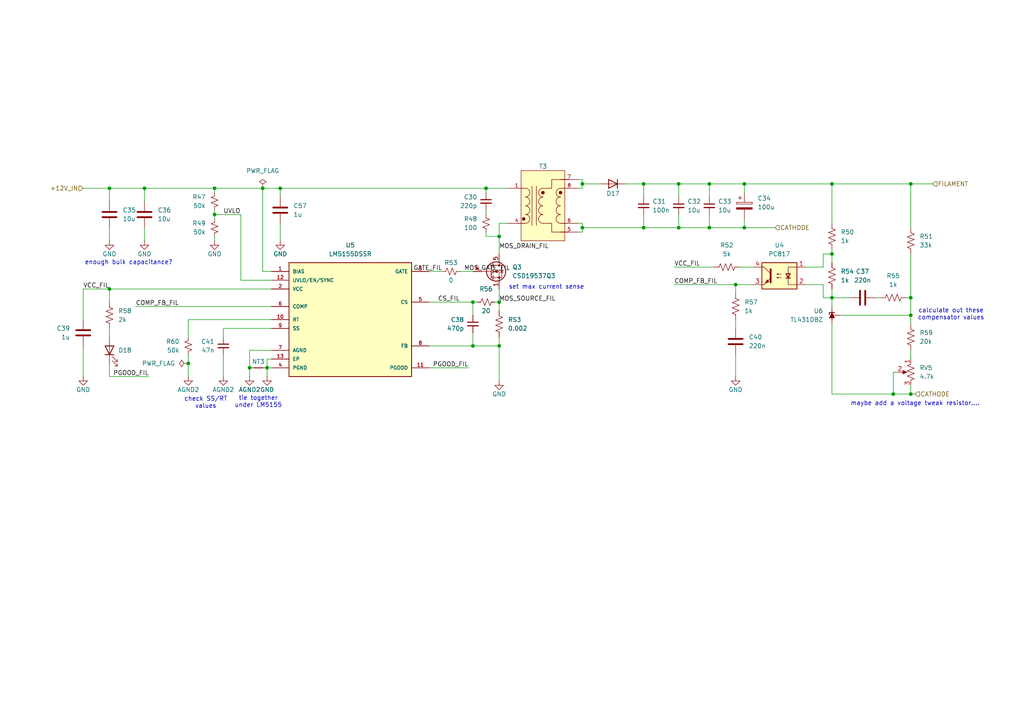
<source format=kicad_sch>
(kicad_sch (version 20250114) (generator "eeschema") (generator_version "9.0")
  (paper "A4")
  (lib_symbols
    (symbol "Device:C" (pin_numbers (hide yes)) (pin_names (offset 0.254))
      (property "Reference" "C" (at 0.635 2.54 0))
      (property "Value" "C" (at 0.635 -2.54 0))
      (symbol "C_0_1"
        (polyline (pts (xy -2.032 0.762) (xy 2.032 0.762)) (stroke (width 0.508)))
        (polyline (pts (xy -2.032 -0.762) (xy 2.032 -0.762)) (stroke (width 0.508)))
      )
      (symbol "C_1_1"
        (pin passive line (at 0 3.81 270) (length 2.794) (name "~") (number "1"))
        (pin passive line (at 0 -3.81 90) (length 2.794) (name "~") (number "2"))
      )
    )
    (symbol "Device:C_Polarized" (pin_numbers (hide yes)) (pin_names (offset 0.254))
      (property "Reference" "C" (at 0.635 2.54 0))
      (property "Value" "C_Polarized" (at 0.635 -2.54 0))
      (symbol "C_Polarized_0_1"
        (rectangle (start -2.286 0.508) (end 2.286 1.016))
        (polyline (pts (xy -1.778 2.286) (xy -0.762 2.286)))
        (polyline (pts (xy -1.27 2.794) (xy -1.27 1.778)))
        (rectangle (start 2.286 -0.508) (end -2.286 -1.016) (fill (type outline)))
      )
      (symbol "C_Polarized_1_1"
        (pin passive line (at 0 3.81 270) (length 2.794) (name "~") (number "1"))
        (pin passive line (at 0 -3.81 90) (length 2.794) (name "~") (number "2"))
      )
    )
    (symbol "Device:C_Small" (pin_numbers (hide yes)) (pin_names (offset 0.254) (hide yes))
      (property "Reference" "C" (at 0.254 1.778 0))
      (property "Value" "C_Small" (at 0.254 -2.032 0))
      (symbol "C_Small_0_1"
        (polyline (pts (xy -1.524 0.508) (xy 1.524 0.508)) (stroke (width 0.3048)))
        (polyline (pts (xy -1.524 -0.508) (xy 1.524 -0.508)) (stroke (width 0.3302)))
      )
      (symbol "C_Small_1_1"
        (pin passive line (at 0 2.54 270) (length 2.032) (name "~") (number "1"))
        (pin passive line (at 0 -2.54 90) (length 2.032) (name "~") (number "2"))
      )
    )
    (symbol "Device:D" (pin_numbers (hide yes)) (pin_names (offset 1.016) (hide yes))
      (property "Reference" "D" (at 0 2.54 0))
      (property "Value" "D" (at 0 -2.54 0))
      (symbol "D_0_1"
        (polyline (pts (xy -1.27 1.27) (xy -1.27 -1.27)) (stroke (width 0.254)))
        (polyline (pts (xy 1.27 1.27) (xy 1.27 -1.27) (xy -1.27 0) (xy 1.27 1.27)) (stroke (width 0.254)))
        (polyline (pts (xy 1.27 0) (xy -1.27 0)))
      )
      (symbol "D_1_1"
        (pin passive line (at -3.81 0 0) (length 2.54) (name "K") (number "1"))
        (pin passive line (at 3.81 0 180) (length 2.54) (name "A") (number "2"))
      )
    )
    (symbol "Device:LED" (pin_numbers (hide yes)) (pin_names (offset 1.016) (hide yes))
      (property "Reference" "D" (at 0 2.54 0))
      (property "Value" "LED" (at 0 -2.54 0))
      (symbol "LED_0_1"
        (polyline (pts (xy -3.048 -0.762) (xy -4.572 -2.286) (xy -3.81 -2.286) (xy -4.572 -2.286) (xy -4.572 -1.524)))
        (polyline (pts (xy -1.778 -0.762) (xy -3.302 -2.286) (xy -2.54 -2.286) (xy -3.302 -2.286) (xy -3.302 -1.524)))
        (polyline (pts (xy -1.27 0) (xy 1.27 0)))
        (polyline (pts (xy -1.27 -1.27) (xy -1.27 1.27)) (stroke (width 0.254)))
        (polyline (pts (xy 1.27 -1.27) (xy 1.27 1.27) (xy -1.27 0) (xy 1.27 -1.27)) (stroke (width 0.254)))
      )
      (symbol "LED_1_1"
        (pin passive line (at -3.81 0 0) (length 2.54) (name "K") (number "1"))
        (pin passive line (at 3.81 0 180) (length 2.54) (name "A") (number "2"))
      )
    )
    (symbol "Device:NetTie_2" (pin_numbers (hide yes)) (pin_names (offset 0) (hide yes)) (in_bom no)
      (property "Reference" "NT" (at 0 1.27 0))
      (property "Value" "NetTie_2" (at 0 -1.27 0))
      (symbol "NetTie_2_0_1"
        (polyline (pts (xy -1.27 0) (xy 1.27 0)) (stroke (width 0.254)))
      )
      (symbol "NetTie_2_1_1"
        (pin passive line (at -2.54 0 0) (length 2.54) (name "1") (number "1"))
        (pin passive line (at 2.54 0 180) (length 2.54) (name "2") (number "2"))
      )
    )
    (symbol "Device:R_Potentiometer_US" (pin_names (offset 1.016) (hide yes))
      (property "Reference" "RV" (at -4.445 0 90))
      (property "Value" "R_Potentiometer_US" (at -2.54 0 90))
      (symbol "R_Potentiometer_US_0_1"
        (polyline (pts (xy 0 2.54) (xy 0 2.286)))
        (polyline (pts (xy 0 2.286) (xy 1.016 1.905) (xy 0 1.524) (xy -1.016 1.143) (xy 0 0.762)))
        (polyline (pts (xy 0 0.762) (xy 1.016 0.381) (xy 0 0) (xy -1.016 -0.381) (xy 0 -0.762)))
        (polyline (pts (xy 0 -0.762) (xy 1.016 -1.143) (xy 0 -1.524) (xy -1.016 -1.905) (xy 0 -2.286)))
        (polyline (pts (xy 0 -2.286) (xy 0 -2.54)))
        (polyline (pts (xy 1.143 0) (xy 2.286 0.508) (xy 2.286 -0.508) (xy 1.143 0)) (fill (type outline)))
        (polyline (pts (xy 2.54 0) (xy 1.524 0)))
      )
      (symbol "R_Potentiometer_US_1_1"
        (pin passive line (at 0 3.81 270) (length 1.27) (name "1") (number "1"))
        (pin passive line (at 0 -3.81 90) (length 1.27) (name "3") (number "3"))
        (pin passive line (at 3.81 0 180) (length 1.27) (name "2") (number "2"))
      )
    )
    (symbol "Device:R_Small_US" (pin_numbers (hide yes)) (pin_names (offset 0.254) (hide yes))
      (property "Reference" "R" (at 0.762 0.508 0))
      (property "Value" "R_Small_US" (at 0.762 -1.016 0))
      (symbol "R_Small_US_1_1"
        (polyline (pts (xy 0 1.524) (xy 1.016 1.143) (xy 0 0.762) (xy -1.016 0.381) (xy 0 0)))
        (polyline (pts (xy 0 0) (xy 1.016 -0.381) (xy 0 -0.762) (xy -1.016 -1.143) (xy 0 -1.524)))
        (pin passive line (at 0 2.54 270) (length 1.016) (name "~") (number "1"))
        (pin passive line (at 0 -2.54 90) (length 1.016) (name "~") (number "2"))
      )
    )
    (symbol "Device:R_US" (pin_numbers (hide yes)) (pin_names (offset 0))
      (property "Reference" "R" (at 2.54 0 90))
      (property "Value" "R_US" (at -2.54 0 90))
      (symbol "R_US_0_1"
        (polyline (pts (xy 0 2.286) (xy 0 2.54)))
        (polyline (pts (xy 0 2.286) (xy 1.016 1.905) (xy 0 1.524) (xy -1.016 1.143) (xy 0 0.762)))
        (polyline (pts (xy 0 0.762) (xy 1.016 0.381) (xy 0 0) (xy -1.016 -0.381) (xy 0 -0.762)))
        (polyline (pts (xy 0 -0.762) (xy 1.016 -1.143) (xy 0 -1.524) (xy -1.016 -1.905) (xy 0 -2.286)))
        (polyline (pts (xy 0 -2.286) (xy 0 -2.54)))
      )
      (symbol "R_US_1_1"
        (pin passive line (at 0 3.81 270) (length 1.27) (name "~") (number "1"))
        (pin passive line (at 0 -3.81 90) (length 1.27) (name "~") (number "2"))
      )
    )
    (symbol "Isolator:PC817" (pin_names (offset 1.016))
      (property "Reference" "U" (at -5.08 5.08 0))
      (property "Value" "PC817" (at 0 5.08 0))
      (symbol "PC817_0_1"
        (rectangle (start -5.08 3.81) (end 5.08 -3.81) (stroke (width 0.254)) (fill (type background)))
        (polyline (pts (xy -5.08 2.54) (xy -2.54 2.54) (xy -2.54 -0.635)))
        (polyline (pts (xy -3.175 -0.635) (xy -1.905 -0.635)) (stroke (width 0.254)))
        (polyline (pts (xy -2.54 -0.635) (xy -2.54 -2.54) (xy -5.08 -2.54)))
        (polyline (pts (xy -2.54 -0.635) (xy -3.175 0.635) (xy -1.905 0.635) (xy -2.54 -0.635)) (stroke (width 0.254)))
        (polyline (pts (xy -0.508 0.508) (xy 0.762 0.508) (xy 0.381 0.381) (xy 0.381 0.635) (xy 0.762 0.508)))
        (polyline (pts (xy -0.508 -0.508) (xy 0.762 -0.508) (xy 0.381 -0.635) (xy 0.381 -0.381) (xy 0.762 -0.508)))
        (polyline (pts (xy 2.54 1.905) (xy 2.54 -1.905) (xy 2.54 -1.905)) (stroke (width 0.508)))
        (polyline (pts (xy 2.54 0.635) (xy 4.445 2.54)))
        (polyline (pts (xy 3.048 -1.651) (xy 3.556 -1.143) (xy 4.064 -2.159) (xy 3.048 -1.651) (xy 3.048 -1.651)) (fill (type outline)))
        (polyline (pts (xy 4.445 2.54) (xy 5.08 2.54)))
        (polyline (pts (xy 4.445 -2.54) (xy 2.54 -0.635)) (fill (type outline)))
        (polyline (pts (xy 4.445 -2.54) (xy 5.08 -2.54)))
      )
      (symbol "PC817_1_1"
        (pin passive line (at -7.62 2.54 0) (length 2.54) (name "~") (number "1"))
        (pin passive line (at -7.62 -2.54 0) (length 2.54) (name "~") (number "2"))
        (pin passive line (at 7.62 2.54 180) (length 2.54) (name "~") (number "4"))
        (pin passive line (at 7.62 -2.54 180) (length 2.54) (name "~") (number "3"))
      )
    )
    (symbol "LM5155DSSR:LM5155DSSR" (pin_names (offset 1.016))
      (property "Reference" "U5" (at 0 20.32 0))
      (property "Value" "LM5155DSSR" (at 0 17.78 0))
      (symbol "LM5155DSSR_0_0"
        (rectangle (start -17.78 15.24) (end 17.78 -17.78) (stroke (width 0.254)) (fill (type background)))
        (pin power_in line (at -22.86 12.7 0) (length 5.08) (name "BIAS") (number "1"))
        (pin input line (at -22.86 10.16 0) (length 5.08) (name "UVLO/EN/SYNC") (number "12"))
        (pin output line (at -22.86 2.54 0) (length 5.08) (name "COMP") (number "6"))
        (pin input line (at -22.86 -1.27 0) (length 5.08) (name "RT") (number "10"))
        (pin input line (at -22.86 -3.81 0) (length 5.08) (name "SS") (number "9"))
        (pin power_in line (at -22.86 -10.16 0) (length 5.08) (name "AGND") (number "7"))
        (pin power_in line (at -22.86 -12.7 0) (length 5.08) (name "EP") (number "13"))
        (pin power_in line (at -22.86 -15.24 0) (length 5.08) (name "PGND") (number "4"))
        (pin output line (at 22.86 12.7 180) (length 5.08) (name "GATE") (number "3"))
        (pin input line (at 22.86 3.81 180) (length 5.08) (name "CS") (number "5"))
        (pin input line (at 22.86 -8.89 180) (length 5.08) (name "FB") (number "8"))
        (pin output line (at 22.86 -15.24 180) (length 5.08) (name "PGOOD") (number "11"))
      )
      (symbol "LM5155DSSR_1_0"
        (pin power_out line (at -22.86 7.62 0) (length 5.08) (name "VCC") (number "2"))
      )
    )
    (symbol "Reference_Voltage:TL431DBZ" (pin_numbers (hide yes)) (pin_names (hide yes))
      (property "Reference" "U" (at -2.54 2.54 0))
      (property "Value" "TL431DBZ" (at 0 -2.54 0))
      (symbol "TL431DBZ_0_1"
        (polyline (pts (xy -1.27 0) (xy 0 0) (xy 1.27 0)))
        (polyline (pts (xy -0.762 -0.762) (xy -0.762 0.762) (xy 0.762 0) (xy -0.762 -0.762)) (fill (type outline)))
        (polyline (pts (xy 0.254 -0.762) (xy 0.762 -0.762) (xy 0.762 0.762) (xy 0.762 0.762)) (stroke (width 0.254)))
      )
      (symbol "TL431DBZ_1_1"
        (pin passive line (at -2.54 0 0) (length 2.54) (name "A") (number "3"))
        (pin passive line (at 0 2.54 270) (length 2.54) (name "REF") (number "2"))
        (pin passive line (at 2.54 0 180) (length 2.54) (name "K") (number "1"))
      )
    )
    (symbol "Transistor_FET:CSD19537Q3" (pin_names (hide yes))
      (property "Reference" "Q" (at 5.08 1.905 0))
      (property "Value" "CSD19537Q3" (at 5.08 0 0))
      (symbol "CSD19537Q3_0_1"
        (polyline (pts (xy 0.254 1.905) (xy 0.254 -1.905)) (stroke (width 0.254)))
        (polyline (pts (xy 0.254 0) (xy -2.54 0)))
        (polyline (pts (xy 0.762 2.286) (xy 0.762 1.27)) (stroke (width 0.254)))
        (polyline (pts (xy 0.762 0.508) (xy 0.762 -0.508)) (stroke (width 0.254)))
        (polyline (pts (xy 0.762 -1.27) (xy 0.762 -2.286)) (stroke (width 0.254)))
        (polyline (pts (xy 0.762 -1.778) (xy 3.302 -1.778) (xy 3.302 1.778) (xy 0.762 1.778)))
        (polyline (pts (xy 1.016 0) (xy 2.032 0.381) (xy 2.032 -0.381) (xy 1.016 0)) (fill (type outline)))
        (circle (center 1.651 0) (radius 2.794) (stroke (width 0.254)))
        (polyline (pts (xy 2.54 2.54) (xy 2.54 1.778)))
        (circle (center 2.54 1.778) (radius 0.254) (fill (type outline)))
        (circle (center 2.54 -1.778) (radius 0.254) (fill (type outline)))
        (polyline (pts (xy 2.54 -2.54) (xy 2.54 0) (xy 0.762 0)))
        (polyline (pts (xy 2.794 0.508) (xy 2.921 0.381) (xy 3.683 0.381) (xy 3.81 0.254)))
        (polyline (pts (xy 3.302 0.381) (xy 2.921 -0.254) (xy 3.683 -0.254) (xy 3.302 0.381)))
      )
      (symbol "CSD19537Q3_1_1"
        (pin passive line (at -5.08 0 0) (length 2.54) (name "G") (number "4"))
        (pin passive line (at 2.54 5.08 270) (length 2.54) (name "D") (number "5"))
        (pin passive line (at 2.54 -5.08 90) (length 2.54) (name "S") (number "1"))
        (pin passive line (at 2.54 -5.08 90) (length 2.54) (hide yes) (name "S") (number "2"))
        (pin passive line (at 2.54 -5.08 90) (length 2.54) (hide yes) (name "S") (number "3"))
      )
    )
    (symbol "YA9033-ALD:YA9033-ALD" (pin_names (offset 1.016))
      (property "Reference" "T" (at -6.35 11.176 0))
      (property "Value" "YA9033-ALD" (at -5.588 -12.7 0))
      (symbol "YA9033-ALD_0_0"
        (circle (center -5.588 -3.81) (radius 0.254) (stroke (width 0.508)))
        (arc (start -5.08 5.08) (mid -3.8155 3.81) (end -5.08 2.54) (stroke (width 0.1524)))
        (arc (start -5.08 2.54) (mid -3.8155 1.27) (end -5.08 0) (stroke (width 0.1524)))
        (arc (start -5.08 0) (mid -3.8155 -1.27) (end -5.08 -2.54) (stroke (width 0.1524)))
        (arc (start -5.08 -2.54) (mid -3.8155 -3.81) (end -5.08 -5.08) (stroke (width 0.1524)))
        (polyline (pts (xy -5.08 5.08) (xy -7.62 5.08)) (stroke (width 0.1524)))
        (polyline (pts (xy -5.08 -5.08) (xy -7.62 -5.08)) (stroke (width 0.1524)))
        (polyline (pts (xy -3.175 5.715) (xy -3.175 -5.715)) (stroke (width 0.1524)))
        (polyline (pts (xy -1.905 5.715) (xy -1.905 -5.715)) (stroke (width 0.1524)))
        (polyline (pts (xy 0 5.08) (xy 2.54 5.08)) (stroke (width 0.1524)))
        (circle (center 0 3.81) (radius 0.254) (stroke (width 0.508)))
        (polyline (pts (xy 0 -5.08) (xy 2.54 -5.08)) (stroke (width 0.1524)))
        (arc (start 0 2.54) (mid -1.2645 3.81) (end 0 5.08) (stroke (width 0.1524)))
        (arc (start 0 0) (mid -1.2645 1.27) (end 0 2.54) (stroke (width 0.1524)))
        (arc (start 0 -2.54) (mid -1.2645 -1.27) (end 0 0) (stroke (width 0.1524)))
        (arc (start 0 -5.08) (mid -1.2645 -3.81) (end 0 -2.54) (stroke (width 0.1524)))
        (polyline (pts (xy 2.54 7.62) (xy 7.62 7.62)) (stroke (width 0.1524)))
        (polyline (pts (xy 2.54 5.08) (xy 2.54 7.62)) (stroke (width 0.1524)))
        (polyline (pts (xy 2.54 -5.08) (xy 2.54 -7.62)) (stroke (width 0.1524)))
        (polyline (pts (xy 2.54 -7.62) (xy 7.62 -7.62)) (stroke (width 0.1524)))
        (polyline (pts (xy 5.08 5.08) (xy 7.62 5.08)) (stroke (width 0.1524)))
        (circle (center 5.08 3.81) (radius 0.254) (stroke (width 0.508)))
        (polyline (pts (xy 5.08 -5.08) (xy 7.62 -5.08)) (stroke (width 0.1524)))
        (arc (start 5.08 2.54) (mid 3.8155 3.81) (end 5.08 5.08) (stroke (width 0.1524)))
        (arc (start 5.08 0) (mid 3.8155 1.27) (end 5.08 2.54) (stroke (width 0.1524)))
        (arc (start 5.08 -2.54) (mid 3.8155 -1.27) (end 5.08 0) (stroke (width 0.1524)))
        (arc (start 5.08 -5.08) (mid 3.8155 -3.81) (end 5.08 -2.54) (stroke (width 0.1524)))
        (pin passive line (at -10.16 5.08 0) (length 5.08) (name "~") (number "1"))
        (pin passive line (at -10.16 -5.08 0) (length 5.08) (name "~") (number "4"))
        (pin passive line (at 10.16 7.62 180) (length 5.08) (name "~") (number "7"))
        (pin passive line (at 10.16 5.08 180) (length 5.08) (name "~") (number "8"))
        (pin passive line (at 10.16 -5.08 180) (length 5.08) (name "~") (number "6"))
        (pin passive line (at 10.16 -7.62 180) (length 5.08) (name "~") (number "5"))
      )
      (symbol "YA9033-ALD_1_1"
        (rectangle (start -6.35 10.16) (end 6.35 -10.16) (fill (type background)))
      )
    )
    (symbol "power:GND" (power) (pin_numbers (hide yes)) (pin_names (offset 0) (hide yes))
      (property "Value" "GND" (at 0 -3.81 0))
      (symbol "GND_0_1"
        (polyline (pts (xy 0 0) (xy 0 -1.27) (xy 1.27 -1.27) (xy 0 -2.54) (xy -1.27 -1.27) (xy 0 -1.27)))
      )
      (symbol "GND_1_1"
        (pin power_in line (at 0 0 270) (length 0) (name "~") (number "1"))
      )
    )
    (symbol "power:GNDA" (power) (pin_numbers (hide yes)) (pin_names (offset 0) (hide yes))
      (property "Value" "GNDA" (at 0 -3.81 0))
      (symbol "GNDA_0_1"
        (polyline (pts (xy 0 0) (xy 0 -1.27) (xy 1.27 -1.27) (xy 0 -2.54) (xy -1.27 -1.27) (xy 0 -1.27)))
      )
      (symbol "GNDA_1_1"
        (pin power_in line (at 0 0 270) (length 0) (name "~") (number "1"))
      )
    )
    (symbol "power:PWR_FLAG" (power) (pin_numbers (hide yes)) (pin_names (offset 0) (hide yes))
      (property "Value" "PWR_FLAG" (at 0 3.81 0))
      (symbol "PWR_FLAG_0_0"
        (pin power_out line (at 0 0 90) (length 0) (name "~") (number "1"))
      )
      (symbol "PWR_FLAG_0_1"
        (polyline (pts (xy 0 0) (xy 0 1.27) (xy -1.016 1.905) (xy 0 2.54) (xy 1.016 1.905) (xy 0 1.27)))
      )
    )
  )
  (text "set max current sense" (at 158.496 83.312 0) (effects (font (size 1.27 1.27))))
  (text "tie together\nunder LM5155" (at 74.93 116.586 0) (effects (font (size 1.27 1.27))))
  (text "calculate out these\ncompensator values" (at 275.844 91.186 0) (effects (font (size 1.27 1.27))))
  (text "maybe add a voltage tweak resistor...." (at 265.43 117.094 0) (effects (font (size 1.27 1.27))))
  (text "check SS/RT\nvalues" (at 59.69 116.84 0) (effects (font (size 1.27 1.27))))
  (text "enough bulk capacitance?" (at 37.338 76.2 0) (effects (font (size 1.27 1.27))))
  (junction (at 62.23 62.23))
  (junction (at 137.16 100.33))
  (junction (at 137.16 87.63))
  (junction (at 264.16 53.34))
  (junction (at 77.47 106.68))
  (junction (at 144.78 68.58))
  (junction (at 259.08 114.3))
  (junction (at 54.61 105.41))
  (junction (at 168.91 53.34))
  (junction (at 264.16 114.3))
  (junction (at 31.75 83.82))
  (junction (at 213.36 82.55))
  (junction (at 241.3 86.36))
  (junction (at 62.23 54.61))
  (junction (at 31.75 54.61))
  (junction (at 144.78 87.63))
  (junction (at 196.85 66.04))
  (junction (at 144.78 100.33))
  (junction (at 186.69 53.34))
  (junction (at 215.9 66.04))
  (junction (at 264.16 91.44))
  (junction (at 241.3 53.34))
  (junction (at 215.9 53.34))
  (junction (at 81.28 54.61))
  (junction (at 205.74 66.04))
  (junction (at 241.3 73.66))
  (junction (at 196.85 53.34))
  (junction (at 140.97 54.61))
  (junction (at 41.91 54.61))
  (junction (at 205.74 53.34))
  (junction (at 168.91 66.04))
  (junction (at 76.2 54.61))
  (junction (at 72.39 106.68))
  (junction (at 186.69 66.04))
  (junction (at 264.16 86.36))
  (wire (pts (xy 213.36 82.55) (xy 218.44 82.55)))
  (wire (pts (xy 144.78 83.82) (xy 144.78 87.63)))
  (wire (pts (xy 215.9 66.04) (xy 215.9 63.5)))
  (wire (pts (xy 196.85 66.04) (xy 205.74 66.04)))
  (wire (pts (xy 241.3 83.82) (xy 241.3 86.36)))
  (wire (pts (xy 264.16 111.76) (xy 264.16 114.3)))
  (wire (pts (xy 143.51 87.63) (xy 144.78 87.63)))
  (wire (pts (xy 62.23 62.23) (xy 69.85 62.23)))
  (wire (pts (xy 264.16 114.3) (xy 265.43 114.3)))
  (wire (pts (xy 78.74 104.14) (xy 77.47 104.14)))
  (wire (pts (xy 238.76 73.66) (xy 241.3 73.66)))
  (wire (pts (xy 78.74 95.25) (xy 64.77 95.25)))
  (wire (pts (xy 238.76 77.47) (xy 238.76 73.66)))
  (wire (pts (xy 62.23 62.23) (xy 62.23 63.5)))
  (wire (pts (xy 144.78 100.33) (xy 144.78 110.49)))
  (wire (pts (xy 140.97 60.96) (xy 140.97 62.23)))
  (wire (pts (xy 205.74 53.34) (xy 205.74 57.15)))
  (wire (pts (xy 78.74 106.68) (xy 77.47 106.68)))
  (wire (pts (xy 168.91 53.34) (xy 173.99 53.34)))
  (wire (pts (xy 140.97 67.31) (xy 140.97 68.58)))
  (wire (pts (xy 264.16 91.44) (xy 264.16 93.98)))
  (wire (pts (xy 241.3 86.36) (xy 241.3 88.9)))
  (wire (pts (xy 77.47 104.14) (xy 77.47 106.68)))
  (wire (pts (xy 41.91 66.04) (xy 41.91 69.85)))
  (wire (pts (xy 41.91 54.61) (xy 41.91 58.42)))
  (wire (pts (xy 241.3 114.3) (xy 259.08 114.3)))
  (wire (pts (xy 137.16 87.63) (xy 138.43 87.63)))
  (wire (pts (xy 241.3 86.36) (xy 246.38 86.36)))
  (wire (pts (xy 167.64 64.77) (xy 168.91 64.77)))
  (wire (pts (xy 31.75 109.22) (xy 43.18 109.22)))
  (wire (pts (xy 81.28 54.61) (xy 140.97 54.61)))
  (wire (pts (xy 195.58 77.47) (xy 207.01 77.47)))
  (wire (pts (xy 72.39 101.6) (xy 72.39 106.68)))
  (wire (pts (xy 24.13 100.33) (xy 24.13 109.22)))
  (wire (pts (xy 213.36 92.71) (xy 213.36 95.25)))
  (wire (pts (xy 144.78 68.58) (xy 144.78 73.66)))
  (wire (pts (xy 24.13 92.71) (xy 24.13 83.82)))
  (wire (pts (xy 238.76 86.36) (xy 241.3 86.36)))
  (wire (pts (xy 264.16 73.66) (xy 264.16 86.36)))
  (wire (pts (xy 69.85 81.28) (xy 78.74 81.28)))
  (wire (pts (xy 168.91 54.61) (xy 167.64 54.61)))
  (wire (pts (xy 78.74 101.6) (xy 72.39 101.6)))
  (wire (pts (xy 241.3 53.34) (xy 241.3 64.77)))
  (wire (pts (xy 24.13 54.61) (xy 31.75 54.61)))
  (wire (pts (xy 72.39 106.68) (xy 72.39 109.22)))
  (wire (pts (xy 144.78 87.63) (xy 144.78 90.17)))
  (wire (pts (xy 62.23 54.61) (xy 76.2 54.61)))
  (wire (pts (xy 186.69 53.34) (xy 181.61 53.34)))
  (wire (pts (xy 215.9 66.04) (xy 224.79 66.04)))
  (wire (pts (xy 31.75 83.82) (xy 78.74 83.82)))
  (wire (pts (xy 243.84 91.44) (xy 264.16 91.44)))
  (wire (pts (xy 168.91 53.34) (xy 168.91 54.61)))
  (wire (pts (xy 259.08 114.3) (xy 264.16 114.3)))
  (wire (pts (xy 62.23 60.96) (xy 62.23 62.23)))
  (wire (pts (xy 62.23 54.61) (xy 62.23 55.88)))
  (wire (pts (xy 233.68 77.47) (xy 238.76 77.47)))
  (wire (pts (xy 260.35 107.95) (xy 259.08 107.95)))
  (wire (pts (xy 76.2 54.61) (xy 81.28 54.61)))
  (wire (pts (xy 137.16 87.63) (xy 137.16 91.44)))
  (wire (pts (xy 205.74 62.23) (xy 205.74 66.04)))
  (wire (pts (xy 78.74 88.9) (xy 39.37 88.9)))
  (wire (pts (xy 241.3 53.34) (xy 264.16 53.34)))
  (wire (pts (xy 218.44 77.47) (xy 214.63 77.47)))
  (wire (pts (xy 168.91 66.04) (xy 186.69 66.04)))
  (wire (pts (xy 264.16 101.6) (xy 264.16 104.14)))
  (wire (pts (xy 76.2 78.74) (xy 78.74 78.74)))
  (wire (pts (xy 167.64 52.07) (xy 168.91 52.07)))
  (wire (pts (xy 196.85 53.34) (xy 196.85 57.15)))
  (wire (pts (xy 41.91 54.61) (xy 62.23 54.61)))
  (wire (pts (xy 31.75 54.61) (xy 41.91 54.61)))
  (wire (pts (xy 215.9 53.34) (xy 241.3 53.34)))
  (wire (pts (xy 186.69 66.04) (xy 196.85 66.04)))
  (wire (pts (xy 137.16 96.52) (xy 137.16 100.33)))
  (wire (pts (xy 233.68 82.55) (xy 238.76 82.55)))
  (wire (pts (xy 205.74 53.34) (xy 215.9 53.34)))
  (wire (pts (xy 140.97 54.61) (xy 140.97 55.88)))
  (wire (pts (xy 31.75 66.04) (xy 31.75 69.85)))
  (wire (pts (xy 196.85 62.23) (xy 196.85 66.04)))
  (wire (pts (xy 205.74 66.04) (xy 215.9 66.04)))
  (wire (pts (xy 31.75 83.82) (xy 31.75 87.63)))
  (wire (pts (xy 254 86.36) (xy 255.27 86.36)))
  (wire (pts (xy 137.16 87.63) (xy 124.46 87.63)))
  (wire (pts (xy 140.97 68.58) (xy 144.78 68.58)))
  (wire (pts (xy 77.47 106.68) (xy 77.47 109.22)))
  (wire (pts (xy 168.91 52.07) (xy 168.91 53.34)))
  (wire (pts (xy 81.28 54.61) (xy 81.28 57.15)))
  (wire (pts (xy 133.35 78.74) (xy 137.16 78.74)))
  (wire (pts (xy 54.61 105.41) (xy 54.61 109.22)))
  (wire (pts (xy 140.97 54.61) (xy 147.32 54.61)))
  (wire (pts (xy 124.46 78.74) (xy 128.27 78.74)))
  (wire (pts (xy 213.36 102.87) (xy 213.36 109.22)))
  (wire (pts (xy 62.23 68.58) (xy 62.23 69.85)))
  (wire (pts (xy 144.78 97.79) (xy 144.78 100.33)))
  (wire (pts (xy 147.32 64.77) (xy 144.78 64.77)))
  (wire (pts (xy 31.75 105.41) (xy 31.75 109.22)))
  (wire (pts (xy 81.28 64.77) (xy 81.28 69.85)))
  (wire (pts (xy 196.85 53.34) (xy 205.74 53.34)))
  (wire (pts (xy 262.89 86.36) (xy 264.16 86.36)))
  (wire (pts (xy 264.16 53.34) (xy 270.51 53.34)))
  (wire (pts (xy 186.69 62.23) (xy 186.69 66.04)))
  (wire (pts (xy 64.77 95.25) (xy 64.77 97.79)))
  (wire (pts (xy 168.91 64.77) (xy 168.91 66.04)))
  (wire (pts (xy 54.61 92.71) (xy 54.61 97.79)))
  (wire (pts (xy 264.16 86.36) (xy 264.16 91.44)))
  (wire (pts (xy 31.75 95.25) (xy 31.75 97.79)))
  (wire (pts (xy 76.2 54.61) (xy 76.2 78.74)))
  (wire (pts (xy 144.78 64.77) (xy 144.78 68.58)))
  (wire (pts (xy 137.16 100.33) (xy 144.78 100.33)))
  (wire (pts (xy 241.3 72.39) (xy 241.3 73.66)))
  (wire (pts (xy 215.9 53.34) (xy 215.9 55.88)))
  (wire (pts (xy 124.46 106.68) (xy 135.89 106.68)))
  (wire (pts (xy 238.76 82.55) (xy 238.76 86.36)))
  (wire (pts (xy 54.61 102.87) (xy 54.61 105.41)))
  (wire (pts (xy 186.69 53.34) (xy 186.69 57.15)))
  (wire (pts (xy 241.3 93.98) (xy 241.3 114.3)))
  (wire (pts (xy 213.36 82.55) (xy 213.36 85.09)))
  (wire (pts (xy 168.91 67.31) (xy 167.64 67.31)))
  (wire (pts (xy 264.16 53.34) (xy 264.16 66.04)))
  (wire (pts (xy 64.77 102.87) (xy 64.77 109.22)))
  (wire (pts (xy 241.3 73.66) (xy 241.3 76.2)))
  (wire (pts (xy 186.69 53.34) (xy 196.85 53.34)))
  (wire (pts (xy 259.08 107.95) (xy 259.08 114.3)))
  (wire (pts (xy 168.91 66.04) (xy 168.91 67.31)))
  (wire (pts (xy 124.46 100.33) (xy 137.16 100.33)))
  (wire (pts (xy 195.58 82.55) (xy 213.36 82.55)))
  (wire (pts (xy 69.85 62.23) (xy 69.85 81.28)))
  (wire (pts (xy 78.74 92.71) (xy 54.61 92.71)))
  (wire (pts (xy 24.13 83.82) (xy 31.75 83.82)))
  (wire (pts (xy 31.75 54.61) (xy 31.75 58.42)))
  (label "UVLO" (at 64.77 62.23 0))
  (label "PGOOD_FIL" (at 135.89 106.68 180))
  (label "COMP_FB_FIL" (at 39.37 88.9 0))
  (label "MOS_GATE_FIL" (at 134.62 78.74 0))
  (label "COMP_FB_FIL" (at 195.58 82.55 0))
  (label "MOS_DRAIN_FIL" (at 144.78 72.39 0))
  (label "GATE_FIL" (at 128.27 78.74 180))
  (label "VCC_FIL" (at 24.13 83.82 0))
  (label "PGOOD_FIL" (at 43.18 109.22 180))
  (label "MOS_SOURCE_FIL" (at 144.78 87.63 0))
  (label "CS_FIL" (at 127 87.63 0))
  (label "VCC_FIL" (at 195.58 77.47 0))
  (hierarchical_label "FILAMENT" (shape input) (at 270.51 53.34 0))
  (hierarchical_label "CATHODE" (shape input) (at 265.43 114.3 0))
  (hierarchical_label "+12V_IN" (shape input) (at 24.13 54.61 180))
  (hierarchical_label "CATHODE" (shape input) (at 224.79 66.04 0))
  (symbol (lib_id "Transistor_FET:CSD19537Q3") (at 142.24 78.74 0) (unit 1)
    (property "Reference" "Q3" (at 148.59 77.4699 0) (effects (justify left)))
    (property "Value" "CSD19537Q3" (at 148.59 80.0099 0) (effects (justify left)))
    (property "Footprint" "Package_SON:VSON-8_3.3x3.3mm_P0.65mm_NexFET" (effects (hide yes)))
    (property "Datasheet" "http://www.ti.com/lit/ds/symlink/csd19537q3.pdf" (effects (hide yes)))
    (property "Description" "50A Id, 100V Vds, NexFET N-Channel Power MOSFET, 13mOhm Ron, Qg Typ 16.0nC, VSON8 3.3x3.3mm" (effects (hide yes)))
  )
  (symbol (lib_id "Isolator:PC817") (at 226.06 80.01 0) (mirror y) (unit 1)
    (property "Reference" "U4" (at 226.06 71.12 0))
    (property "Value" "PC817" (at 226.06 73.66 0))
    (property "Footprint" "Package_DIP:DIP-4_W7.62mm" (effects (hide yes)))
    (property "Datasheet" "http://www.soselectronic.cz/a_info/resource/d/pc817.pdf" (effects (hide yes)))
    (property "Description" "DC Optocoupler, Vce 35V, CTR 50-300%, DIP-4" (effects (hide yes)))
  )
  (symbol (lib_id "power:PWR_FLAG") (at 76.2 54.61 0) (unit 1)
    (property "Reference" "#FLG06" (effects (hide yes)))
    (property "Value" "PWR_FLAG" (at 76.2 49.53 0))
    (property "Description" "Special symbol for telling ERC where power comes from" (effects (hide yes)))
  )
  (symbol (lib_id "power:GND") (at 41.91 69.85 0) (unit 1)
    (property "Reference" "#PWR038" (effects (hide yes)))
    (property "Value" "GND" (at 41.91 73.66 0))
    (property "Description" "Power symbol creates a global label with name \"GND\" , ground" (effects (hide yes)))
  )
  (symbol (lib_id "Device:R_Small_US") (at 62.23 66.04 0) (mirror y) (unit 1)
    (property "Reference" "R49" (at 59.69 64.7699 0) (effects (justify left)))
    (property "Value" "50k" (at 59.69 67.3099 0) (effects (justify left)))
    (property "Footprint" "Resistor_SMD:R_0603_1608Metric" (effects (hide yes)))
    (property "Description" "Resistor, small US symbol" (effects (hide yes)))
  )
  (symbol (lib_id "power:GND") (at 144.78 110.49 0) (unit 1)
    (property "Reference" "#PWR045" (effects (hide yes)))
    (property "Value" "GND" (at 144.78 114.3 0))
    (property "Description" "Power symbol creates a global label with name \"GND\" , ground" (effects (hide yes)))
  )
  (symbol (lib_id "Device:R_US") (at 31.75 91.44 0) (unit 1)
    (property "Reference" "R58" (at 34.29 90.1699 0) (effects (justify left)))
    (property "Value" "2k" (at 34.29 92.7099 0) (effects (justify left)))
    (property "Footprint" "Resistor_SMD:R_0603_1608Metric" (effects (hide yes)))
    (property "Description" "Resistor, US symbol" (effects (hide yes)))
  )
  (symbol (lib_id "Reference_Voltage:TL431DBZ") (at 241.3 91.44 270) (mirror x) (unit 1)
    (property "Reference" "U6" (at 238.76 90.1699 90) (effects (justify right)))
    (property "Value" "TL431DBZ" (at 238.76 92.7099 90) (effects (justify right)))
    (property "Footprint" "Package_TO_SOT_SMD:SOT-23" (effects (hide yes)))
    (property "Datasheet" "http://www.ti.com/lit/ds/symlink/tl431.pdf" (effects (hide yes)))
    (property "Description" "Shunt Regulator, SOT-23" (effects (hide yes)))
  )
  (symbol (lib_id "Device:LED") (at 31.75 101.6 90) (unit 1)
    (property "Reference" "D18" (at 34.29 101.6 90) (effects (justify right)))
    (property "Value" "LED" (effects (hide yes)))
    (property "Footprint" "LED_SMD:LED_0603_1608Metric" (effects (hide yes)))
    (property "Description" "Light emitting diode" (effects (hide yes)))
    (property "Sim.Pins" "1=K 2=A" (effects (hide yes)))
  )
  (symbol (lib_id "Device:R_US") (at 264.16 69.85 0) (unit 1)
    (property "Reference" "R51" (at 266.7 68.5799 0) (effects (justify left)))
    (property "Value" "33k" (at 266.7 71.1199 0) (effects (justify left)))
    (property "Footprint" "Resistor_SMD:R_0603_1608Metric" (effects (hide yes)))
    (property "Description" "Resistor, US symbol" (effects (hide yes)))
  )
  (symbol (lib_id "Device:C_Small") (at 205.74 59.69 0) (unit 1)
    (property "Reference" "C33" (at 208.28 58.4262 0) (effects (justify left)))
    (property "Value" "10u" (at 208.28 60.9662 0) (effects (justify left)))
    (property "Footprint" "Capacitor_SMD:C_0805_2012Metric" (effects (hide yes)))
    (property "Description" "Unpolarized capacitor, small symbol" (effects (hide yes)))
  )
  (symbol (lib_id "power:GNDA") (at 54.61 109.22 0) (unit 1)
    (property "Reference" "#PWR041" (effects (hide yes)))
    (property "Value" "AGND2" (at 54.61 113.03 0))
    (property "Description" "Power symbol creates a global label with name \"GNDA\" , analog ground" (effects (hide yes)))
  )
  (symbol (lib_id "Device:R_US") (at 264.16 97.79 0) (unit 1)
    (property "Reference" "R59" (at 266.7 96.5199 0) (effects (justify left)))
    (property "Value" "20k" (at 266.7 99.0599 0) (effects (justify left)))
    (property "Footprint" "Resistor_SMD:R_0603_1608Metric" (effects (hide yes)))
    (property "Description" "Resistor, US symbol" (effects (hide yes)))
  )
  (symbol (lib_id "power:GND") (at 24.13 109.22 0) (unit 1)
    (property "Reference" "#PWR040" (effects (hide yes)))
    (property "Value" "GND" (at 24.13 113.03 0))
    (property "Description" "Power symbol creates a global label with name \"GND\" , ground" (effects (hide yes)))
  )
  (symbol (lib_id "Device:C_Polarized") (at 215.9 59.69 0) (unit 1)
    (property "Reference" "C34" (at 219.71 57.5309 0) (effects (justify left)))
    (property "Value" "100u" (at 219.71 60.0709 0) (effects (justify left)))
    (property "Footprint" "Capacitor_SMD:CP_Elec_6.3x7.7" (effects (hide yes)))
    (property "Datasheet" "RVT1E101M0607" (effects (hide yes)))
    (property "Description" "Polarized capacitor" (effects (hide yes)))
  )
  (symbol (lib_id "power:GNDA") (at 64.77 109.22 0) (unit 1)
    (property "Reference" "#PWR042" (effects (hide yes)))
    (property "Value" "AGND2" (at 64.77 113.03 0))
    (property "Description" "Power symbol creates a global label with name \"GNDA\" , analog ground" (effects (hide yes)))
  )
  (symbol (lib_id "Device:C_Small") (at 186.69 59.69 0) (unit 1)
    (property "Reference" "C31" (at 189.23 58.4262 0) (effects (justify left)))
    (property "Value" "100n" (at 189.23 60.9662 0) (effects (justify left)))
    (property "Footprint" "Capacitor_SMD:C_0603_1608Metric" (effects (hide yes)))
    (property "Description" "Unpolarized capacitor, small symbol" (effects (hide yes)))
  )
  (symbol (lib_id "Device:R_Small_US") (at 140.97 87.63 90) (unit 1)
    (property "Reference" "R56" (at 140.97 83.82 90))
    (property "Value" "20" (at 140.97 90.17 90))
    (property "Footprint" "Resistor_SMD:R_0603_1608Metric" (effects (hide yes)))
    (property "Description" "Resistor, small US symbol" (effects (hide yes)))
  )
  (symbol (lib_id "Device:C_Small") (at 140.97 58.42 0) (unit 1)
    (property "Reference" "C30" (at 138.43 57.1562 0) (effects (justify right)))
    (property "Value" "220p" (at 138.43 59.6962 0) (effects (justify right)))
    (property "Footprint" "Capacitor_SMD:C_0603_1608Metric" (effects (hide yes)))
    (property "Description" "Unpolarized capacitor, small symbol" (effects (hide yes)))
  )
  (symbol (lib_id "power:GND") (at 81.28 69.85 0) (unit 1)
    (property "Reference" "#PWR051" (effects (hide yes)))
    (property "Value" "GND" (at 81.28 73.66 0))
    (property "Description" "Power symbol creates a global label with name \"GND\" , ground" (effects (hide yes)))
  )
  (symbol (lib_id "power:PWR_FLAG") (at 54.61 105.41 90) (unit 1)
    (property "Reference" "#FLG08" (effects (hide yes)))
    (property "Value" "PWR_FLAG" (at 50.8 105.4099 90) (effects (justify left)))
    (property "Description" "Special symbol for telling ERC where power comes from" (effects (hide yes)))
  )
  (symbol (lib_id "Device:C") (at 24.13 96.52 0) (mirror y) (unit 1)
    (property "Reference" "C39" (at 20.32 95.2499 0) (effects (justify left)))
    (property "Value" "1u" (at 20.32 97.7899 0) (effects (justify left)))
    (property "Footprint" "Capacitor_SMD:C_0603_1608Metric" (effects (hide yes)))
    (property "Description" "Unpolarized capacitor" (effects (hide yes)))
  )
  (symbol (lib_id "Device:R_US") (at 259.08 86.36 90) (unit 1)
    (property "Reference" "R55" (at 259.08 80.01 90))
    (property "Value" "1k" (at 259.08 82.55 90))
    (property "Footprint" "Resistor_SMD:R_0603_1608Metric" (effects (hide yes)))
    (property "Description" "Resistor, US symbol" (effects (hide yes)))
  )
  (symbol (lib_id "Device:NetTie_2") (at 74.93 106.68 0) (unit 1) (in_bom no)
    (property "Reference" "NT3" (at 74.93 104.902 0))
    (property "Value" "NetTie_2" (effects (hide yes)))
    (property "Footprint" "NetTie:NetTie-2_SMD_Pad0.5mm" (effects (hide yes)))
    (property "Description" "Net tie, 2 pins" (effects (hide yes)))
  )
  (symbol (lib_id "Device:C") (at 31.75 62.23 0) (unit 1)
    (property "Reference" "C35" (at 35.56 60.9599 0) (effects (justify left)))
    (property "Value" "10u" (at 35.56 63.4999 0) (effects (justify left)))
    (property "Footprint" "Capacitor_SMD:C_0805_2012Metric" (effects (hide yes)))
    (property "Description" "Unpolarized capacitor" (effects (hide yes)))
  )
  (symbol (lib_id "power:GND") (at 77.47 109.22 0) (unit 1)
    (property "Reference" "#PWR044" (effects (hide yes)))
    (property "Value" "GND" (at 77.47 113.03 0))
    (property "Description" "Power symbol creates a global label with name \"GND\" , ground" (effects (hide yes)))
  )
  (symbol (lib_id "Device:R_US") (at 144.78 93.98 0) (unit 1)
    (property "Reference" "RS3" (at 147.32 92.7099 0) (effects (justify left)))
    (property "Value" "0.002" (at 147.32 95.2499 0) (effects (justify left)))
    (property "Footprint" "Resistor_SMD:R_1206_3216Metric" (effects (hide yes)))
    (property "Datasheet" "FMF06FTHR015-LH" (effects (hide yes)))
    (property "Description" "Resistor, US symbol" (effects (hide yes)))
  )
  (symbol (lib_id "Device:C") (at 41.91 62.23 0) (unit 1)
    (property "Reference" "C36" (at 45.72 60.9599 0) (effects (justify left)))
    (property "Value" "10u" (at 45.72 63.4999 0) (effects (justify left)))
    (property "Footprint" "Capacitor_SMD:C_0805_2012Metric" (effects (hide yes)))
    (property "Description" "Unpolarized capacitor" (effects (hide yes)))
  )
  (symbol (lib_id "LM5155DSSR:LM5155DSSR") (at 101.6 91.44 0) (unit 1)
    (property "Reference" "U5" (at 101.6 71.12 0))
    (property "Value" "LM5155DSSR" (at 101.6 73.66 0))
    (property "Footprint" "LM5155:IC_LM5155DSSR" (effects (hide yes)))
    (property "MF" "Texas Instruments" (effects (hide yes)))
    (property "MAXIMUM_PACKAGE_HEIGHT" "0.8mm" (effects (hide yes)))
    (property "Package" "WSON-12 Texas Instruments" (effects (hide yes)))
    (property "Price" "None" (effects (hide yes)))
    (property "Check_prices" "https://www.snapeda.com/parts/LM5155DSSR/Texas+Instruments/view-part/?ref=eda" (effects (hide yes)))
    (property "STANDARD" "Manufacturer Recommendations" (effects (hide yes)))
    (property "PARTREV" "E" (effects (hide yes)))
    (property "SnapEDA_Link" "https://www.snapeda.com/parts/LM5155DSSR/Texas+Instruments/view-part/?ref=snap" (effects (hide yes)))
    (property "MP" "LM5155DSSR" (effects (hide yes)))
    (property "Description_1" "2.2-MHz wide VIN, 1.5-A MOSFET driver, non-synchronous boost controller" (effects (hide yes)))
    (property "Availability" "In Stock" (effects (hide yes)))
    (property "MANUFACTURER" "Texas Instruments" (effects (hide yes)))
  )
  (symbol (lib_id "Device:R_US") (at 241.3 80.01 0) (unit 1)
    (property "Reference" "R54" (at 243.84 78.7399 0) (effects (justify left)))
    (property "Value" "1k" (at 243.84 81.2799 0) (effects (justify left)))
    (property "Footprint" "Resistor_SMD:R_0603_1608Metric" (effects (hide yes)))
    (property "Description" "Resistor, US symbol" (effects (hide yes)))
  )
  (symbol (lib_id "power:GND") (at 213.36 109.22 0) (unit 1)
    (property "Reference" "#PWR052" (effects (hide yes)))
    (property "Value" "GND" (at 213.36 113.03 0))
    (property "Description" "Power symbol creates a global label with name \"GND\" , ground" (effects (hide yes)))
  )
  (symbol (lib_id "Device:R_Potentiometer_US") (at 264.16 107.95 0) (mirror y) (unit 1)
    (property "Reference" "RV5" (at 266.7 106.6799 0) (effects (justify right)))
    (property "Value" "4.7k" (at 266.7 109.2199 0) (effects (justify right)))
    (property "Footprint" "Potentiometer_THT:Potentiometer_Bourns_3296W_Vertical" (effects (hide yes)))
    (property "Description" "Potentiometer, US symbol" (effects (hide yes)))
  )
  (symbol (lib_id "Device:C") (at 81.28 60.96 0) (unit 1)
    (property "Reference" "C57" (at 85.09 59.6899 0) (effects (justify left)))
    (property "Value" "1u" (at 85.09 62.2299 0) (effects (justify left)))
    (property "Footprint" "Capacitor_SMD:C_0603_1608Metric" (effects (hide yes)))
    (property "Description" "Unpolarized capacitor" (effects (hide yes)))
  )
  (symbol (lib_id "Device:R_Small_US") (at 130.81 78.74 90) (unit 1)
    (property "Reference" "R53" (at 130.81 76.2 90))
    (property "Value" "0" (at 130.81 81.28 90))
    (property "Footprint" "Resistor_SMD:R_0603_1608Metric" (effects (hide yes)))
    (property "Description" "Resistor, small US symbol" (effects (hide yes)))
  )
  (symbol (lib_id "power:GND") (at 62.23 69.85 0) (unit 1)
    (property "Reference" "#PWR039" (effects (hide yes)))
    (property "Value" "GND" (at 62.23 73.66 0))
    (property "Description" "Power symbol creates a global label with name \"GND\" , ground" (effects (hide yes)))
  )
  (symbol (lib_id "Device:C") (at 213.36 99.06 0) (unit 1)
    (property "Reference" "C40" (at 217.17 97.7899 0) (effects (justify left)))
    (property "Value" "220n" (at 217.17 100.3299 0) (effects (justify left)))
    (property "Footprint" "Capacitor_SMD:C_0603_1608Metric" (effects (hide yes)))
    (property "Description" "Unpolarized capacitor" (effects (hide yes)))
  )
  (symbol (lib_id "power:GNDA") (at 72.39 109.22 0) (unit 1)
    (property "Reference" "#PWR043" (effects (hide yes)))
    (property "Value" "AGND2" (at 72.39 113.03 0))
    (property "Description" "Power symbol creates a global label with name \"GNDA\" , analog ground" (effects (hide yes)))
  )
  (symbol (lib_id "Device:R_US") (at 210.82 77.47 90) (unit 1)
    (property "Reference" "R52" (at 210.82 71.12 90))
    (property "Value" "5k" (at 210.82 73.66 90))
    (property "Footprint" "Resistor_SMD:R_0603_1608Metric" (effects (hide yes)))
    (property "Description" "Resistor, US symbol" (effects (hide yes)))
  )
  (symbol (lib_id "Device:R_US") (at 213.36 88.9 0) (unit 1)
    (property "Reference" "R57" (at 215.9 87.6299 0) (effects (justify left)))
    (property "Value" "1k" (at 215.9 90.1699 0) (effects (justify left)))
    (property "Footprint" "Resistor_SMD:R_0603_1608Metric" (effects (hide yes)))
    (property "Description" "Resistor, US symbol" (effects (hide yes)))
  )
  (symbol (lib_id "power:GND") (at 31.75 69.85 0) (unit 1)
    (property "Reference" "#PWR037" (effects (hide yes)))
    (property "Value" "GND" (at 31.75 73.66 0))
    (property "Description" "Power symbol creates a global label with name \"GND\" , ground" (effects (hide yes)))
  )
  (symbol (lib_id "Device:C_Small") (at 196.85 59.69 0) (unit 1)
    (property "Reference" "C32" (at 199.39 58.4262 0) (effects (justify left)))
    (property "Value" "10u" (at 199.39 60.9662 0) (effects (justify left)))
    (property "Footprint" "Capacitor_SMD:C_0805_2012Metric" (effects (hide yes)))
    (property "Description" "Unpolarized capacitor, small symbol" (effects (hide yes)))
  )
  (symbol (lib_id "Device:R_Small_US") (at 54.61 100.33 0) (mirror y) (unit 1)
    (property "Reference" "R60" (at 52.07 99.0599 0) (effects (justify left)))
    (property "Value" "50k" (at 52.07 101.5999 0) (effects (justify left)))
    (property "Footprint" "Resistor_SMD:R_0603_1608Metric" (effects (hide yes)))
    (property "Description" "Resistor, small US symbol" (effects (hide yes)))
  )
  (symbol (lib_id "Device:R_US") (at 241.3 68.58 0) (unit 1)
    (property "Reference" "R50" (at 243.84 67.3099 0) (effects (justify left)))
    (property "Value" "1k" (at 243.84 69.8499 0) (effects (justify left)))
    (property "Footprint" "Resistor_SMD:R_0603_1608Metric" (effects (hide yes)))
    (property "Description" "Resistor, US symbol" (effects (hide yes)))
  )
  (symbol (lib_id "YA9033-ALD:YA9033-ALD") (at 157.48 59.69 0) (unit 1)
    (property "Reference" "T3" (at 157.48 48.26 0))
    (property "Value" "YA9033-ALD" (effects (hide yes)))
    (property "Footprint" "YA9033-ALD:XFMR_YA9033-ALD" (effects (hide yes)))
    (property "MF" "Coilcraft" (effects (hide yes)))
    (property "MAXIMUM_PACKAGE_HEIGHT" "10.60mm" (effects (hide yes)))
    (property "Package" "None" (effects (hide yes)))
    (property "Price" "None" (effects (hide yes)))
    (property "Check_prices" "https://www.snapeda.com/parts/YA9033-ALD/Coilcraft/view-part/?ref=eda" (effects (hide yes)))
    (property "STANDARD" "Manufacturer Recommendations" (effects (hide yes)))
    (property "PARTREV" "05/12/21" (effects (hide yes)))
    (property "SnapEDA_Link" "https://www.snapeda.com/parts/YA9033-ALD/Coilcraft/view-part/?ref=snap" (effects (hide yes)))
    (property "MP" "YA9033-ALD" (effects (hide yes)))
    (property "Description_1" "Flyback Converters For For DC/DC Converters SMPS Transformer 1500Vrms Isolation 300kHz Surface Mount" (effects (hide yes)))
    (property "Availability" "In Stock" (effects (hide yes)))
    (property "MANUFACTURER" "Coilcraft" (effects (hide yes)))
  )
  (symbol (lib_id "Device:D") (at 177.8 53.34 0) (mirror y) (unit 1)
    (property "Reference" "D17" (at 177.8 56.134 0))
    (property "Value" "D" (effects (hide yes)))
    (property "Footprint" "Diode_SMD:D_SMA" (effects (hide yes)))
    (property "Datasheet" "SS14" (effects (hide yes)))
    (property "Description" "Diode" (effects (hide yes)))
    (property "Sim.Device" "D" (effects (hide yes)))
    (property "Sim.Pins" "1=K 2=A" (effects (hide yes)))
  )
  (symbol (lib_id "Device:C_Small") (at 64.77 100.33 0) (unit 1)
    (property "Reference" "C41" (at 62.23 99.0662 0) (effects (justify right)))
    (property "Value" "47n" (at 62.23 101.6062 0) (effects (justify right)))
    (property "Footprint" "Capacitor_SMD:C_0603_1608Metric" (effects (hide yes)))
    (property "Description" "Unpolarized capacitor, small symbol" (effects (hide yes)))
  )
  (symbol (lib_id "Device:C") (at 250.19 86.36 90) (unit 1)
    (property "Reference" "C37" (at 250.19 78.74 90))
    (property "Value" "220n" (at 250.19 81.28 90))
    (property "Footprint" "Capacitor_SMD:C_0603_1608Metric" (effects (hide yes)))
    (property "Description" "Unpolarized capacitor" (effects (hide yes)))
  )
  (symbol (lib_id "Device:R_Small_US") (at 140.97 64.77 0) (unit 1)
    (property "Reference" "R48" (at 138.43 63.4999 0) (effects (justify right)))
    (property "Value" "100" (at 138.43 66.0399 0) (effects (justify right)))
    (property "Footprint" "Resistor_SMD:R_0603_1608Metric" (effects (hide yes)))
    (property "Description" "Resistor, small US symbol" (effects (hide yes)))
  )
  (symbol (lib_id "Device:R_Small_US") (at 62.23 58.42 0) (mirror y) (unit 1)
    (property "Reference" "R47" (at 59.69 57.1499 0) (effects (justify left)))
    (property "Value" "50k" (at 59.69 59.6899 0) (effects (justify left)))
    (property "Footprint" "Resistor_SMD:R_0603_1608Metric" (effects (hide yes)))
    (property "Description" "Resistor, small US symbol" (effects (hide yes)))
  )
  (symbol (lib_id "Device:C_Small") (at 137.16 93.98 0) (mirror y) (unit 1)
    (property "Reference" "C38" (at 134.62 92.7162 0) (effects (justify left)))
    (property "Value" "470p" (at 134.62 95.2562 0) (effects (justify left)))
    (property "Footprint" "Capacitor_SMD:C_0603_1608Metric" (effects (hide yes)))
    (property "Description" "Unpolarized capacitor, small symbol" (effects (hide yes)))
  )
)
</source>
